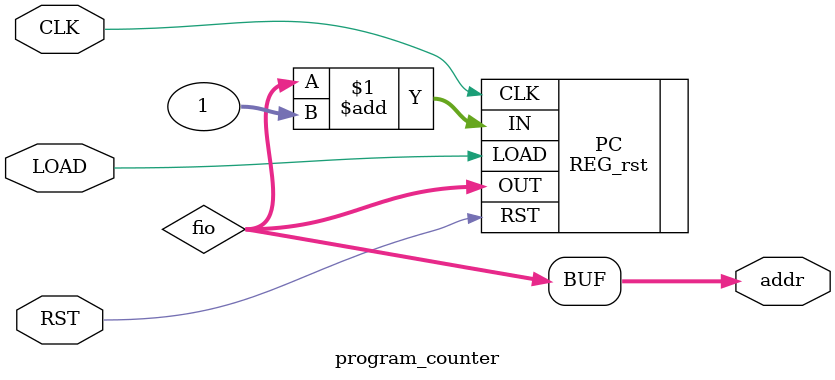
<source format=v>
`include "datapath/reg_rst.v"

module program_counter (
    input CLK,
    input LOAD,
    input RST,
    output wire [63:0] addr
);

wire [63:0] fio;

REG_rst PC (.IN(fio + 1), .OUT(fio), .RST(RST), .LOAD(LOAD), .CLK(CLK));

assign addr = fio;

endmodule
</source>
